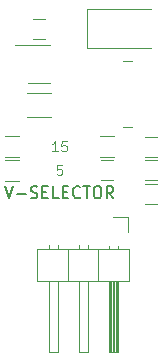
<source format=gto>
G04 #@! TF.GenerationSoftware,KiCad,Pcbnew,(5.1.7)-1*
G04 #@! TF.CreationDate,2021-11-13T23:39:05+01:00*
G04 #@! TF.ProjectId,psu-module-positive,7073752d-6d6f-4647-956c-652d706f7369,rev?*
G04 #@! TF.SameCoordinates,Original*
G04 #@! TF.FileFunction,Legend,Top*
G04 #@! TF.FilePolarity,Positive*
%FSLAX46Y46*%
G04 Gerber Fmt 4.6, Leading zero omitted, Abs format (unit mm)*
G04 Created by KiCad (PCBNEW (5.1.7)-1) date 2021-11-13 23:39:05*
%MOMM*%
%LPD*%
G01*
G04 APERTURE LIST*
%ADD10C,0.150000*%
%ADD11C,0.125000*%
%ADD12C,0.120000*%
%ADD13C,1.200000*%
%ADD14R,1.000000X1.250000*%
%ADD15R,0.700000X1.300000*%
%ADD16R,1.700000X1.700000*%
%ADD17O,1.700000X1.700000*%
%ADD18R,2.500000X1.800000*%
%ADD19R,1.000000X1.600000*%
%ADD20R,1.560000X0.650000*%
%ADD21R,1.700000X5.700000*%
G04 APERTURE END LIST*
D10*
X15857142Y-21852380D02*
X16190476Y-22852380D01*
X16523809Y-21852380D01*
X16857142Y-22471428D02*
X17619047Y-22471428D01*
X18047619Y-22804761D02*
X18190476Y-22852380D01*
X18428571Y-22852380D01*
X18523809Y-22804761D01*
X18571428Y-22757142D01*
X18619047Y-22661904D01*
X18619047Y-22566666D01*
X18571428Y-22471428D01*
X18523809Y-22423809D01*
X18428571Y-22376190D01*
X18238095Y-22328571D01*
X18142857Y-22280952D01*
X18095238Y-22233333D01*
X18047619Y-22138095D01*
X18047619Y-22042857D01*
X18095238Y-21947619D01*
X18142857Y-21900000D01*
X18238095Y-21852380D01*
X18476190Y-21852380D01*
X18619047Y-21900000D01*
X19047619Y-22328571D02*
X19380952Y-22328571D01*
X19523809Y-22852380D02*
X19047619Y-22852380D01*
X19047619Y-21852380D01*
X19523809Y-21852380D01*
X20428571Y-22852380D02*
X19952380Y-22852380D01*
X19952380Y-21852380D01*
X20761904Y-22328571D02*
X21095238Y-22328571D01*
X21238095Y-22852380D02*
X20761904Y-22852380D01*
X20761904Y-21852380D01*
X21238095Y-21852380D01*
X22238095Y-22757142D02*
X22190476Y-22804761D01*
X22047619Y-22852380D01*
X21952380Y-22852380D01*
X21809523Y-22804761D01*
X21714285Y-22709523D01*
X21666666Y-22614285D01*
X21619047Y-22423809D01*
X21619047Y-22280952D01*
X21666666Y-22090476D01*
X21714285Y-21995238D01*
X21809523Y-21900000D01*
X21952380Y-21852380D01*
X22047619Y-21852380D01*
X22190476Y-21900000D01*
X22238095Y-21947619D01*
X22523809Y-21852380D02*
X23095238Y-21852380D01*
X22809523Y-22852380D02*
X22809523Y-21852380D01*
X23619047Y-21852380D02*
X23809523Y-21852380D01*
X23904761Y-21900000D01*
X24000000Y-21995238D01*
X24047619Y-22185714D01*
X24047619Y-22519047D01*
X24000000Y-22709523D01*
X23904761Y-22804761D01*
X23809523Y-22852380D01*
X23619047Y-22852380D01*
X23523809Y-22804761D01*
X23428571Y-22709523D01*
X23380952Y-22519047D01*
X23380952Y-22185714D01*
X23428571Y-21995238D01*
X23523809Y-21900000D01*
X23619047Y-21852380D01*
X25047619Y-22852380D02*
X24714285Y-22376190D01*
X24476190Y-22852380D02*
X24476190Y-21852380D01*
X24857142Y-21852380D01*
X24952380Y-21900000D01*
X25000000Y-21947619D01*
X25047619Y-22042857D01*
X25047619Y-22185714D01*
X25000000Y-22280952D01*
X24952380Y-22328571D01*
X24857142Y-22376190D01*
X24476190Y-22376190D01*
D11*
X20338095Y-18884523D02*
X19852380Y-18884523D01*
X20095238Y-18884523D02*
X20095238Y-18034523D01*
X20014285Y-18155952D01*
X19933333Y-18236904D01*
X19852380Y-18277380D01*
X21107142Y-18034523D02*
X20702380Y-18034523D01*
X20661904Y-18439285D01*
X20702380Y-18398809D01*
X20783333Y-18358333D01*
X20985714Y-18358333D01*
X21066666Y-18398809D01*
X21107142Y-18439285D01*
X21147619Y-18520238D01*
X21147619Y-18722619D01*
X21107142Y-18803571D01*
X21066666Y-18844047D01*
X20985714Y-18884523D01*
X20783333Y-18884523D01*
X20702380Y-18844047D01*
X20661904Y-18803571D01*
X20702380Y-20034523D02*
X20297619Y-20034523D01*
X20257142Y-20439285D01*
X20297619Y-20398809D01*
X20378571Y-20358333D01*
X20580952Y-20358333D01*
X20661904Y-20398809D01*
X20702380Y-20439285D01*
X20742857Y-20520238D01*
X20742857Y-20722619D01*
X20702380Y-20803571D01*
X20661904Y-20844047D01*
X20580952Y-20884523D01*
X20378571Y-20884523D01*
X20297619Y-20844047D01*
X20257142Y-20803571D01*
D12*
X25000000Y-19650000D02*
X24000000Y-19650000D01*
X24000000Y-21350000D02*
X25000000Y-21350000D01*
X25100000Y-19380000D02*
X23900000Y-19380000D01*
X23900000Y-17620000D02*
X25100000Y-17620000D01*
X17100000Y-19380000D02*
X15900000Y-19380000D01*
X15900000Y-17620000D02*
X17100000Y-17620000D01*
X17100000Y-21380000D02*
X15900000Y-21380000D01*
X15900000Y-19620000D02*
X17100000Y-19620000D01*
X27750000Y-23350000D02*
X28750000Y-23350000D01*
X28750000Y-21650000D02*
X27750000Y-21650000D01*
X27750000Y-21350000D02*
X28750000Y-21350000D01*
X28750000Y-19650000D02*
X27750000Y-19650000D01*
X26370000Y-27190000D02*
X18630000Y-27190000D01*
X18630000Y-27190000D02*
X18630000Y-29850000D01*
X18630000Y-29850000D02*
X26370000Y-29850000D01*
X26370000Y-29850000D02*
X26370000Y-27190000D01*
X25420000Y-29850000D02*
X25420000Y-35850000D01*
X25420000Y-35850000D02*
X24660000Y-35850000D01*
X24660000Y-35850000D02*
X24660000Y-29850000D01*
X25360000Y-29850000D02*
X25360000Y-35850000D01*
X25240000Y-29850000D02*
X25240000Y-35850000D01*
X25120000Y-29850000D02*
X25120000Y-35850000D01*
X25000000Y-29850000D02*
X25000000Y-35850000D01*
X24880000Y-29850000D02*
X24880000Y-35850000D01*
X24760000Y-29850000D02*
X24760000Y-35850000D01*
X25420000Y-26860000D02*
X25420000Y-27190000D01*
X24660000Y-26860000D02*
X24660000Y-27190000D01*
X23770000Y-27190000D02*
X23770000Y-29850000D01*
X22880000Y-29850000D02*
X22880000Y-35850000D01*
X22880000Y-35850000D02*
X22120000Y-35850000D01*
X22120000Y-35850000D02*
X22120000Y-29850000D01*
X22880000Y-26792929D02*
X22880000Y-27190000D01*
X22120000Y-26792929D02*
X22120000Y-27190000D01*
X21230000Y-27190000D02*
X21230000Y-29850000D01*
X20340000Y-29850000D02*
X20340000Y-35850000D01*
X20340000Y-35850000D02*
X19580000Y-35850000D01*
X19580000Y-35850000D02*
X19580000Y-29850000D01*
X20340000Y-26792929D02*
X20340000Y-27190000D01*
X19580000Y-26792929D02*
X19580000Y-27190000D01*
X25040000Y-24480000D02*
X26310000Y-24480000D01*
X26310000Y-24480000D02*
X26310000Y-25750000D01*
X22850000Y-6850000D02*
X22850000Y-10150000D01*
X22850000Y-10150000D02*
X28250000Y-10150000D01*
X22850000Y-6850000D02*
X28250000Y-6850000D01*
X27750000Y-19350000D02*
X28750000Y-19350000D01*
X28750000Y-17650000D02*
X27750000Y-17650000D01*
X19250000Y-7650000D02*
X18250000Y-7650000D01*
X18250000Y-9350000D02*
X19250000Y-9350000D01*
X17750000Y-16020000D02*
X19750000Y-16020000D01*
X19750000Y-13980000D02*
X17750000Y-13980000D01*
X19650000Y-9890000D02*
X16700000Y-9890000D01*
X17850000Y-13110000D02*
X19650000Y-13110000D01*
X25850000Y-11200000D02*
X26650000Y-11200000D01*
X25850000Y-16800000D02*
X26650000Y-16800000D01*
%LPC*%
D13*
X22000000Y-20500000D03*
X19000000Y-20500000D03*
X22000000Y-18500000D03*
X19000000Y-18500000D03*
D14*
X25500000Y-20500000D03*
X23500000Y-20500000D03*
D15*
X25450000Y-18500000D03*
X23550000Y-18500000D03*
X17450000Y-18500000D03*
X15550000Y-18500000D03*
X17450000Y-20500000D03*
X15550000Y-20500000D03*
D14*
X27250000Y-22500000D03*
X29250000Y-22500000D03*
X27250000Y-20500000D03*
X29250000Y-20500000D03*
D16*
X25040000Y-25750000D03*
D17*
X22500000Y-25750000D03*
X19960000Y-25750000D03*
D18*
X28250000Y-8500000D03*
X24250000Y-8500000D03*
D14*
X27250000Y-18500000D03*
X29250000Y-18500000D03*
X19750000Y-8500000D03*
X17750000Y-8500000D03*
D19*
X17250000Y-15000000D03*
X20250000Y-15000000D03*
D20*
X17400000Y-10550000D03*
X17400000Y-11500000D03*
X17400000Y-12450000D03*
X20100000Y-12450000D03*
X20100000Y-10550000D03*
X20100000Y-11500000D03*
D21*
X24000000Y-14000000D03*
X28500000Y-14000000D03*
M02*

</source>
